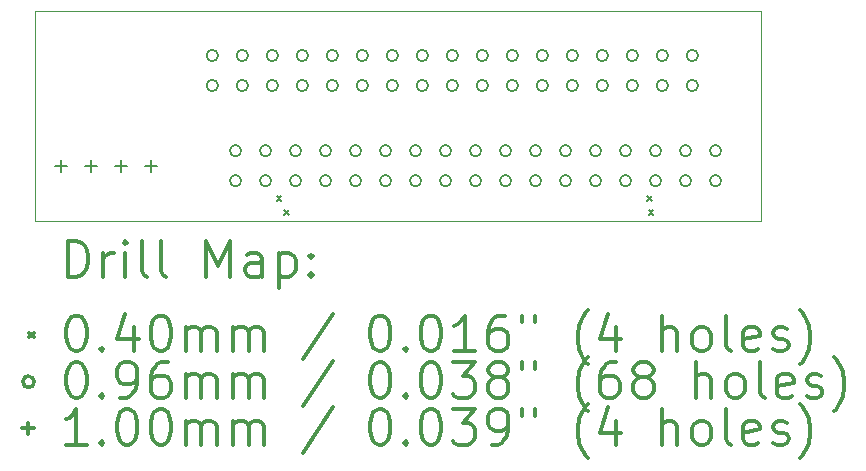
<source format=gbr>
%FSLAX45Y45*%
G04 Gerber Fmt 4.5, Leading zero omitted, Abs format (unit mm)*
G04 Created by KiCad (PCBNEW (5.1.5-0-10_14)) date 2020-03-21 13:08:16*
%MOMM*%
%LPD*%
G04 APERTURE LIST*
%TA.AperFunction,Profile*%
%ADD10C,0.050000*%
%TD*%
%ADD11C,0.200000*%
%ADD12C,0.300000*%
G04 APERTURE END LIST*
D10*
X1524000Y-2032000D02*
X7670800Y-2032000D01*
X1524000Y-3810000D02*
X1524000Y-2032000D01*
X7670800Y-3810000D02*
X1524000Y-3810000D01*
X7670800Y-2032000D02*
X7670800Y-3810000D01*
D11*
X3574100Y-3599500D02*
X3614100Y-3639500D01*
X3614100Y-3599500D02*
X3574100Y-3639500D01*
X3637600Y-3713800D02*
X3677600Y-3753800D01*
X3677600Y-3713800D02*
X3637600Y-3753800D01*
X6711000Y-3599500D02*
X6751000Y-3639500D01*
X6751000Y-3599500D02*
X6711000Y-3639500D01*
X6723700Y-3713800D02*
X6763700Y-3753800D01*
X6763700Y-3713800D02*
X6723700Y-3753800D01*
X3077200Y-2406650D02*
G75*
G03X3077200Y-2406650I-48250J0D01*
G01*
X3077200Y-2660650D02*
G75*
G03X3077200Y-2660650I-48250J0D01*
G01*
X3331200Y-2406650D02*
G75*
G03X3331200Y-2406650I-48250J0D01*
G01*
X3331200Y-2660650D02*
G75*
G03X3331200Y-2660650I-48250J0D01*
G01*
X3585200Y-2406650D02*
G75*
G03X3585200Y-2406650I-48250J0D01*
G01*
X3585200Y-2660650D02*
G75*
G03X3585200Y-2660650I-48250J0D01*
G01*
X3839200Y-2406650D02*
G75*
G03X3839200Y-2406650I-48250J0D01*
G01*
X3839200Y-2660650D02*
G75*
G03X3839200Y-2660650I-48250J0D01*
G01*
X4093200Y-2406650D02*
G75*
G03X4093200Y-2406650I-48250J0D01*
G01*
X4093200Y-2660650D02*
G75*
G03X4093200Y-2660650I-48250J0D01*
G01*
X4347200Y-2406650D02*
G75*
G03X4347200Y-2406650I-48250J0D01*
G01*
X4347200Y-2660650D02*
G75*
G03X4347200Y-2660650I-48250J0D01*
G01*
X4601200Y-2406650D02*
G75*
G03X4601200Y-2406650I-48250J0D01*
G01*
X4601200Y-2660650D02*
G75*
G03X4601200Y-2660650I-48250J0D01*
G01*
X4855200Y-2406650D02*
G75*
G03X4855200Y-2406650I-48250J0D01*
G01*
X4855200Y-2660650D02*
G75*
G03X4855200Y-2660650I-48250J0D01*
G01*
X5109200Y-2406650D02*
G75*
G03X5109200Y-2406650I-48250J0D01*
G01*
X5109200Y-2660650D02*
G75*
G03X5109200Y-2660650I-48250J0D01*
G01*
X5363200Y-2406650D02*
G75*
G03X5363200Y-2406650I-48250J0D01*
G01*
X5363200Y-2660650D02*
G75*
G03X5363200Y-2660650I-48250J0D01*
G01*
X5617200Y-2406650D02*
G75*
G03X5617200Y-2406650I-48250J0D01*
G01*
X5617200Y-2660650D02*
G75*
G03X5617200Y-2660650I-48250J0D01*
G01*
X5871200Y-2406650D02*
G75*
G03X5871200Y-2406650I-48250J0D01*
G01*
X5871200Y-2660650D02*
G75*
G03X5871200Y-2660650I-48250J0D01*
G01*
X6125200Y-2406650D02*
G75*
G03X6125200Y-2406650I-48250J0D01*
G01*
X6125200Y-2660650D02*
G75*
G03X6125200Y-2660650I-48250J0D01*
G01*
X6379200Y-2406650D02*
G75*
G03X6379200Y-2406650I-48250J0D01*
G01*
X6379200Y-2660650D02*
G75*
G03X6379200Y-2660650I-48250J0D01*
G01*
X6633200Y-2406650D02*
G75*
G03X6633200Y-2406650I-48250J0D01*
G01*
X6633200Y-2660650D02*
G75*
G03X6633200Y-2660650I-48250J0D01*
G01*
X6887200Y-2406650D02*
G75*
G03X6887200Y-2406650I-48250J0D01*
G01*
X6887200Y-2660650D02*
G75*
G03X6887200Y-2660650I-48250J0D01*
G01*
X7141200Y-2406650D02*
G75*
G03X7141200Y-2406650I-48250J0D01*
G01*
X7141200Y-2660650D02*
G75*
G03X7141200Y-2660650I-48250J0D01*
G01*
X3274050Y-3213100D02*
G75*
G03X3274050Y-3213100I-48250J0D01*
G01*
X3274050Y-3467100D02*
G75*
G03X3274050Y-3467100I-48250J0D01*
G01*
X3528050Y-3213100D02*
G75*
G03X3528050Y-3213100I-48250J0D01*
G01*
X3528050Y-3467100D02*
G75*
G03X3528050Y-3467100I-48250J0D01*
G01*
X3782050Y-3213100D02*
G75*
G03X3782050Y-3213100I-48250J0D01*
G01*
X3782050Y-3467100D02*
G75*
G03X3782050Y-3467100I-48250J0D01*
G01*
X4036050Y-3213100D02*
G75*
G03X4036050Y-3213100I-48250J0D01*
G01*
X4036050Y-3467100D02*
G75*
G03X4036050Y-3467100I-48250J0D01*
G01*
X4290050Y-3213100D02*
G75*
G03X4290050Y-3213100I-48250J0D01*
G01*
X4290050Y-3467100D02*
G75*
G03X4290050Y-3467100I-48250J0D01*
G01*
X4544050Y-3213100D02*
G75*
G03X4544050Y-3213100I-48250J0D01*
G01*
X4544050Y-3467100D02*
G75*
G03X4544050Y-3467100I-48250J0D01*
G01*
X4798050Y-3213100D02*
G75*
G03X4798050Y-3213100I-48250J0D01*
G01*
X4798050Y-3467100D02*
G75*
G03X4798050Y-3467100I-48250J0D01*
G01*
X5052050Y-3213100D02*
G75*
G03X5052050Y-3213100I-48250J0D01*
G01*
X5052050Y-3467100D02*
G75*
G03X5052050Y-3467100I-48250J0D01*
G01*
X5306050Y-3213100D02*
G75*
G03X5306050Y-3213100I-48250J0D01*
G01*
X5306050Y-3467100D02*
G75*
G03X5306050Y-3467100I-48250J0D01*
G01*
X5560050Y-3213100D02*
G75*
G03X5560050Y-3213100I-48250J0D01*
G01*
X5560050Y-3467100D02*
G75*
G03X5560050Y-3467100I-48250J0D01*
G01*
X5814050Y-3213100D02*
G75*
G03X5814050Y-3213100I-48250J0D01*
G01*
X5814050Y-3467100D02*
G75*
G03X5814050Y-3467100I-48250J0D01*
G01*
X6068050Y-3213100D02*
G75*
G03X6068050Y-3213100I-48250J0D01*
G01*
X6068050Y-3467100D02*
G75*
G03X6068050Y-3467100I-48250J0D01*
G01*
X6322050Y-3213100D02*
G75*
G03X6322050Y-3213100I-48250J0D01*
G01*
X6322050Y-3467100D02*
G75*
G03X6322050Y-3467100I-48250J0D01*
G01*
X6576050Y-3213100D02*
G75*
G03X6576050Y-3213100I-48250J0D01*
G01*
X6576050Y-3467100D02*
G75*
G03X6576050Y-3467100I-48250J0D01*
G01*
X6830050Y-3213100D02*
G75*
G03X6830050Y-3213100I-48250J0D01*
G01*
X6830050Y-3467100D02*
G75*
G03X6830050Y-3467100I-48250J0D01*
G01*
X7084050Y-3213100D02*
G75*
G03X7084050Y-3213100I-48250J0D01*
G01*
X7084050Y-3467100D02*
G75*
G03X7084050Y-3467100I-48250J0D01*
G01*
X7338050Y-3213100D02*
G75*
G03X7338050Y-3213100I-48250J0D01*
G01*
X7338050Y-3467100D02*
G75*
G03X7338050Y-3467100I-48250J0D01*
G01*
X1746250Y-3290100D02*
X1746250Y-3390100D01*
X1696250Y-3340100D02*
X1796250Y-3340100D01*
X2000250Y-3290100D02*
X2000250Y-3390100D01*
X1950250Y-3340100D02*
X2050250Y-3340100D01*
X2254250Y-3290100D02*
X2254250Y-3390100D01*
X2204250Y-3340100D02*
X2304250Y-3340100D01*
X2508250Y-3290100D02*
X2508250Y-3390100D01*
X2458250Y-3340100D02*
X2558250Y-3340100D01*
D12*
X1807928Y-4278214D02*
X1807928Y-3978214D01*
X1879357Y-3978214D01*
X1922214Y-3992500D01*
X1950786Y-4021071D01*
X1965071Y-4049643D01*
X1979357Y-4106786D01*
X1979357Y-4149643D01*
X1965071Y-4206786D01*
X1950786Y-4235357D01*
X1922214Y-4263929D01*
X1879357Y-4278214D01*
X1807928Y-4278214D01*
X2107928Y-4278214D02*
X2107928Y-4078214D01*
X2107928Y-4135357D02*
X2122214Y-4106786D01*
X2136500Y-4092500D01*
X2165071Y-4078214D01*
X2193643Y-4078214D01*
X2293643Y-4278214D02*
X2293643Y-4078214D01*
X2293643Y-3978214D02*
X2279357Y-3992500D01*
X2293643Y-4006786D01*
X2307928Y-3992500D01*
X2293643Y-3978214D01*
X2293643Y-4006786D01*
X2479357Y-4278214D02*
X2450786Y-4263929D01*
X2436500Y-4235357D01*
X2436500Y-3978214D01*
X2636500Y-4278214D02*
X2607928Y-4263929D01*
X2593643Y-4235357D01*
X2593643Y-3978214D01*
X2979357Y-4278214D02*
X2979357Y-3978214D01*
X3079357Y-4192500D01*
X3179357Y-3978214D01*
X3179357Y-4278214D01*
X3450786Y-4278214D02*
X3450786Y-4121071D01*
X3436500Y-4092500D01*
X3407928Y-4078214D01*
X3350786Y-4078214D01*
X3322214Y-4092500D01*
X3450786Y-4263929D02*
X3422214Y-4278214D01*
X3350786Y-4278214D01*
X3322214Y-4263929D01*
X3307928Y-4235357D01*
X3307928Y-4206786D01*
X3322214Y-4178214D01*
X3350786Y-4163929D01*
X3422214Y-4163929D01*
X3450786Y-4149643D01*
X3593643Y-4078214D02*
X3593643Y-4378214D01*
X3593643Y-4092500D02*
X3622214Y-4078214D01*
X3679357Y-4078214D01*
X3707928Y-4092500D01*
X3722214Y-4106786D01*
X3736500Y-4135357D01*
X3736500Y-4221072D01*
X3722214Y-4249643D01*
X3707928Y-4263929D01*
X3679357Y-4278214D01*
X3622214Y-4278214D01*
X3593643Y-4263929D01*
X3865071Y-4249643D02*
X3879357Y-4263929D01*
X3865071Y-4278214D01*
X3850786Y-4263929D01*
X3865071Y-4249643D01*
X3865071Y-4278214D01*
X3865071Y-4092500D02*
X3879357Y-4106786D01*
X3865071Y-4121071D01*
X3850786Y-4106786D01*
X3865071Y-4092500D01*
X3865071Y-4121071D01*
X1481500Y-4752500D02*
X1521500Y-4792500D01*
X1521500Y-4752500D02*
X1481500Y-4792500D01*
X1865071Y-4608214D02*
X1893643Y-4608214D01*
X1922214Y-4622500D01*
X1936500Y-4636786D01*
X1950786Y-4665357D01*
X1965071Y-4722500D01*
X1965071Y-4793929D01*
X1950786Y-4851072D01*
X1936500Y-4879643D01*
X1922214Y-4893929D01*
X1893643Y-4908214D01*
X1865071Y-4908214D01*
X1836500Y-4893929D01*
X1822214Y-4879643D01*
X1807928Y-4851072D01*
X1793643Y-4793929D01*
X1793643Y-4722500D01*
X1807928Y-4665357D01*
X1822214Y-4636786D01*
X1836500Y-4622500D01*
X1865071Y-4608214D01*
X2093643Y-4879643D02*
X2107928Y-4893929D01*
X2093643Y-4908214D01*
X2079357Y-4893929D01*
X2093643Y-4879643D01*
X2093643Y-4908214D01*
X2365071Y-4708214D02*
X2365071Y-4908214D01*
X2293643Y-4593929D02*
X2222214Y-4808214D01*
X2407928Y-4808214D01*
X2579357Y-4608214D02*
X2607928Y-4608214D01*
X2636500Y-4622500D01*
X2650786Y-4636786D01*
X2665071Y-4665357D01*
X2679357Y-4722500D01*
X2679357Y-4793929D01*
X2665071Y-4851072D01*
X2650786Y-4879643D01*
X2636500Y-4893929D01*
X2607928Y-4908214D01*
X2579357Y-4908214D01*
X2550786Y-4893929D01*
X2536500Y-4879643D01*
X2522214Y-4851072D01*
X2507928Y-4793929D01*
X2507928Y-4722500D01*
X2522214Y-4665357D01*
X2536500Y-4636786D01*
X2550786Y-4622500D01*
X2579357Y-4608214D01*
X2807928Y-4908214D02*
X2807928Y-4708214D01*
X2807928Y-4736786D02*
X2822214Y-4722500D01*
X2850786Y-4708214D01*
X2893643Y-4708214D01*
X2922214Y-4722500D01*
X2936500Y-4751072D01*
X2936500Y-4908214D01*
X2936500Y-4751072D02*
X2950786Y-4722500D01*
X2979357Y-4708214D01*
X3022214Y-4708214D01*
X3050786Y-4722500D01*
X3065071Y-4751072D01*
X3065071Y-4908214D01*
X3207928Y-4908214D02*
X3207928Y-4708214D01*
X3207928Y-4736786D02*
X3222214Y-4722500D01*
X3250786Y-4708214D01*
X3293643Y-4708214D01*
X3322214Y-4722500D01*
X3336500Y-4751072D01*
X3336500Y-4908214D01*
X3336500Y-4751072D02*
X3350786Y-4722500D01*
X3379357Y-4708214D01*
X3422214Y-4708214D01*
X3450786Y-4722500D01*
X3465071Y-4751072D01*
X3465071Y-4908214D01*
X4050786Y-4593929D02*
X3793643Y-4979643D01*
X4436500Y-4608214D02*
X4465071Y-4608214D01*
X4493643Y-4622500D01*
X4507928Y-4636786D01*
X4522214Y-4665357D01*
X4536500Y-4722500D01*
X4536500Y-4793929D01*
X4522214Y-4851072D01*
X4507928Y-4879643D01*
X4493643Y-4893929D01*
X4465071Y-4908214D01*
X4436500Y-4908214D01*
X4407928Y-4893929D01*
X4393643Y-4879643D01*
X4379357Y-4851072D01*
X4365071Y-4793929D01*
X4365071Y-4722500D01*
X4379357Y-4665357D01*
X4393643Y-4636786D01*
X4407928Y-4622500D01*
X4436500Y-4608214D01*
X4665071Y-4879643D02*
X4679357Y-4893929D01*
X4665071Y-4908214D01*
X4650786Y-4893929D01*
X4665071Y-4879643D01*
X4665071Y-4908214D01*
X4865071Y-4608214D02*
X4893643Y-4608214D01*
X4922214Y-4622500D01*
X4936500Y-4636786D01*
X4950786Y-4665357D01*
X4965071Y-4722500D01*
X4965071Y-4793929D01*
X4950786Y-4851072D01*
X4936500Y-4879643D01*
X4922214Y-4893929D01*
X4893643Y-4908214D01*
X4865071Y-4908214D01*
X4836500Y-4893929D01*
X4822214Y-4879643D01*
X4807928Y-4851072D01*
X4793643Y-4793929D01*
X4793643Y-4722500D01*
X4807928Y-4665357D01*
X4822214Y-4636786D01*
X4836500Y-4622500D01*
X4865071Y-4608214D01*
X5250786Y-4908214D02*
X5079357Y-4908214D01*
X5165071Y-4908214D02*
X5165071Y-4608214D01*
X5136500Y-4651072D01*
X5107928Y-4679643D01*
X5079357Y-4693929D01*
X5507928Y-4608214D02*
X5450786Y-4608214D01*
X5422214Y-4622500D01*
X5407928Y-4636786D01*
X5379357Y-4679643D01*
X5365071Y-4736786D01*
X5365071Y-4851072D01*
X5379357Y-4879643D01*
X5393643Y-4893929D01*
X5422214Y-4908214D01*
X5479357Y-4908214D01*
X5507928Y-4893929D01*
X5522214Y-4879643D01*
X5536500Y-4851072D01*
X5536500Y-4779643D01*
X5522214Y-4751072D01*
X5507928Y-4736786D01*
X5479357Y-4722500D01*
X5422214Y-4722500D01*
X5393643Y-4736786D01*
X5379357Y-4751072D01*
X5365071Y-4779643D01*
X5650786Y-4608214D02*
X5650786Y-4665357D01*
X5765071Y-4608214D02*
X5765071Y-4665357D01*
X6207928Y-5022500D02*
X6193643Y-5008214D01*
X6165071Y-4965357D01*
X6150786Y-4936786D01*
X6136500Y-4893929D01*
X6122214Y-4822500D01*
X6122214Y-4765357D01*
X6136500Y-4693929D01*
X6150786Y-4651072D01*
X6165071Y-4622500D01*
X6193643Y-4579643D01*
X6207928Y-4565357D01*
X6450786Y-4708214D02*
X6450786Y-4908214D01*
X6379357Y-4593929D02*
X6307928Y-4808214D01*
X6493643Y-4808214D01*
X6836500Y-4908214D02*
X6836500Y-4608214D01*
X6965071Y-4908214D02*
X6965071Y-4751072D01*
X6950786Y-4722500D01*
X6922214Y-4708214D01*
X6879357Y-4708214D01*
X6850786Y-4722500D01*
X6836500Y-4736786D01*
X7150786Y-4908214D02*
X7122214Y-4893929D01*
X7107928Y-4879643D01*
X7093643Y-4851072D01*
X7093643Y-4765357D01*
X7107928Y-4736786D01*
X7122214Y-4722500D01*
X7150786Y-4708214D01*
X7193643Y-4708214D01*
X7222214Y-4722500D01*
X7236500Y-4736786D01*
X7250786Y-4765357D01*
X7250786Y-4851072D01*
X7236500Y-4879643D01*
X7222214Y-4893929D01*
X7193643Y-4908214D01*
X7150786Y-4908214D01*
X7422214Y-4908214D02*
X7393643Y-4893929D01*
X7379357Y-4865357D01*
X7379357Y-4608214D01*
X7650786Y-4893929D02*
X7622214Y-4908214D01*
X7565071Y-4908214D01*
X7536500Y-4893929D01*
X7522214Y-4865357D01*
X7522214Y-4751072D01*
X7536500Y-4722500D01*
X7565071Y-4708214D01*
X7622214Y-4708214D01*
X7650786Y-4722500D01*
X7665071Y-4751072D01*
X7665071Y-4779643D01*
X7522214Y-4808214D01*
X7779357Y-4893929D02*
X7807928Y-4908214D01*
X7865071Y-4908214D01*
X7893643Y-4893929D01*
X7907928Y-4865357D01*
X7907928Y-4851072D01*
X7893643Y-4822500D01*
X7865071Y-4808214D01*
X7822214Y-4808214D01*
X7793643Y-4793929D01*
X7779357Y-4765357D01*
X7779357Y-4751072D01*
X7793643Y-4722500D01*
X7822214Y-4708214D01*
X7865071Y-4708214D01*
X7893643Y-4722500D01*
X8007928Y-5022500D02*
X8022214Y-5008214D01*
X8050786Y-4965357D01*
X8065071Y-4936786D01*
X8079357Y-4893929D01*
X8093643Y-4822500D01*
X8093643Y-4765357D01*
X8079357Y-4693929D01*
X8065071Y-4651072D01*
X8050786Y-4622500D01*
X8022214Y-4579643D01*
X8007928Y-4565357D01*
X1521500Y-5168500D02*
G75*
G03X1521500Y-5168500I-48250J0D01*
G01*
X1865071Y-5004214D02*
X1893643Y-5004214D01*
X1922214Y-5018500D01*
X1936500Y-5032786D01*
X1950786Y-5061357D01*
X1965071Y-5118500D01*
X1965071Y-5189929D01*
X1950786Y-5247072D01*
X1936500Y-5275643D01*
X1922214Y-5289929D01*
X1893643Y-5304214D01*
X1865071Y-5304214D01*
X1836500Y-5289929D01*
X1822214Y-5275643D01*
X1807928Y-5247072D01*
X1793643Y-5189929D01*
X1793643Y-5118500D01*
X1807928Y-5061357D01*
X1822214Y-5032786D01*
X1836500Y-5018500D01*
X1865071Y-5004214D01*
X2093643Y-5275643D02*
X2107928Y-5289929D01*
X2093643Y-5304214D01*
X2079357Y-5289929D01*
X2093643Y-5275643D01*
X2093643Y-5304214D01*
X2250786Y-5304214D02*
X2307928Y-5304214D01*
X2336500Y-5289929D01*
X2350786Y-5275643D01*
X2379357Y-5232786D01*
X2393643Y-5175643D01*
X2393643Y-5061357D01*
X2379357Y-5032786D01*
X2365071Y-5018500D01*
X2336500Y-5004214D01*
X2279357Y-5004214D01*
X2250786Y-5018500D01*
X2236500Y-5032786D01*
X2222214Y-5061357D01*
X2222214Y-5132786D01*
X2236500Y-5161357D01*
X2250786Y-5175643D01*
X2279357Y-5189929D01*
X2336500Y-5189929D01*
X2365071Y-5175643D01*
X2379357Y-5161357D01*
X2393643Y-5132786D01*
X2650786Y-5004214D02*
X2593643Y-5004214D01*
X2565071Y-5018500D01*
X2550786Y-5032786D01*
X2522214Y-5075643D01*
X2507928Y-5132786D01*
X2507928Y-5247072D01*
X2522214Y-5275643D01*
X2536500Y-5289929D01*
X2565071Y-5304214D01*
X2622214Y-5304214D01*
X2650786Y-5289929D01*
X2665071Y-5275643D01*
X2679357Y-5247072D01*
X2679357Y-5175643D01*
X2665071Y-5147072D01*
X2650786Y-5132786D01*
X2622214Y-5118500D01*
X2565071Y-5118500D01*
X2536500Y-5132786D01*
X2522214Y-5147072D01*
X2507928Y-5175643D01*
X2807928Y-5304214D02*
X2807928Y-5104214D01*
X2807928Y-5132786D02*
X2822214Y-5118500D01*
X2850786Y-5104214D01*
X2893643Y-5104214D01*
X2922214Y-5118500D01*
X2936500Y-5147072D01*
X2936500Y-5304214D01*
X2936500Y-5147072D02*
X2950786Y-5118500D01*
X2979357Y-5104214D01*
X3022214Y-5104214D01*
X3050786Y-5118500D01*
X3065071Y-5147072D01*
X3065071Y-5304214D01*
X3207928Y-5304214D02*
X3207928Y-5104214D01*
X3207928Y-5132786D02*
X3222214Y-5118500D01*
X3250786Y-5104214D01*
X3293643Y-5104214D01*
X3322214Y-5118500D01*
X3336500Y-5147072D01*
X3336500Y-5304214D01*
X3336500Y-5147072D02*
X3350786Y-5118500D01*
X3379357Y-5104214D01*
X3422214Y-5104214D01*
X3450786Y-5118500D01*
X3465071Y-5147072D01*
X3465071Y-5304214D01*
X4050786Y-4989929D02*
X3793643Y-5375643D01*
X4436500Y-5004214D02*
X4465071Y-5004214D01*
X4493643Y-5018500D01*
X4507928Y-5032786D01*
X4522214Y-5061357D01*
X4536500Y-5118500D01*
X4536500Y-5189929D01*
X4522214Y-5247072D01*
X4507928Y-5275643D01*
X4493643Y-5289929D01*
X4465071Y-5304214D01*
X4436500Y-5304214D01*
X4407928Y-5289929D01*
X4393643Y-5275643D01*
X4379357Y-5247072D01*
X4365071Y-5189929D01*
X4365071Y-5118500D01*
X4379357Y-5061357D01*
X4393643Y-5032786D01*
X4407928Y-5018500D01*
X4436500Y-5004214D01*
X4665071Y-5275643D02*
X4679357Y-5289929D01*
X4665071Y-5304214D01*
X4650786Y-5289929D01*
X4665071Y-5275643D01*
X4665071Y-5304214D01*
X4865071Y-5004214D02*
X4893643Y-5004214D01*
X4922214Y-5018500D01*
X4936500Y-5032786D01*
X4950786Y-5061357D01*
X4965071Y-5118500D01*
X4965071Y-5189929D01*
X4950786Y-5247072D01*
X4936500Y-5275643D01*
X4922214Y-5289929D01*
X4893643Y-5304214D01*
X4865071Y-5304214D01*
X4836500Y-5289929D01*
X4822214Y-5275643D01*
X4807928Y-5247072D01*
X4793643Y-5189929D01*
X4793643Y-5118500D01*
X4807928Y-5061357D01*
X4822214Y-5032786D01*
X4836500Y-5018500D01*
X4865071Y-5004214D01*
X5065071Y-5004214D02*
X5250786Y-5004214D01*
X5150786Y-5118500D01*
X5193643Y-5118500D01*
X5222214Y-5132786D01*
X5236500Y-5147072D01*
X5250786Y-5175643D01*
X5250786Y-5247072D01*
X5236500Y-5275643D01*
X5222214Y-5289929D01*
X5193643Y-5304214D01*
X5107928Y-5304214D01*
X5079357Y-5289929D01*
X5065071Y-5275643D01*
X5422214Y-5132786D02*
X5393643Y-5118500D01*
X5379357Y-5104214D01*
X5365071Y-5075643D01*
X5365071Y-5061357D01*
X5379357Y-5032786D01*
X5393643Y-5018500D01*
X5422214Y-5004214D01*
X5479357Y-5004214D01*
X5507928Y-5018500D01*
X5522214Y-5032786D01*
X5536500Y-5061357D01*
X5536500Y-5075643D01*
X5522214Y-5104214D01*
X5507928Y-5118500D01*
X5479357Y-5132786D01*
X5422214Y-5132786D01*
X5393643Y-5147072D01*
X5379357Y-5161357D01*
X5365071Y-5189929D01*
X5365071Y-5247072D01*
X5379357Y-5275643D01*
X5393643Y-5289929D01*
X5422214Y-5304214D01*
X5479357Y-5304214D01*
X5507928Y-5289929D01*
X5522214Y-5275643D01*
X5536500Y-5247072D01*
X5536500Y-5189929D01*
X5522214Y-5161357D01*
X5507928Y-5147072D01*
X5479357Y-5132786D01*
X5650786Y-5004214D02*
X5650786Y-5061357D01*
X5765071Y-5004214D02*
X5765071Y-5061357D01*
X6207928Y-5418500D02*
X6193643Y-5404214D01*
X6165071Y-5361357D01*
X6150786Y-5332786D01*
X6136500Y-5289929D01*
X6122214Y-5218500D01*
X6122214Y-5161357D01*
X6136500Y-5089929D01*
X6150786Y-5047072D01*
X6165071Y-5018500D01*
X6193643Y-4975643D01*
X6207928Y-4961357D01*
X6450786Y-5004214D02*
X6393643Y-5004214D01*
X6365071Y-5018500D01*
X6350786Y-5032786D01*
X6322214Y-5075643D01*
X6307928Y-5132786D01*
X6307928Y-5247072D01*
X6322214Y-5275643D01*
X6336500Y-5289929D01*
X6365071Y-5304214D01*
X6422214Y-5304214D01*
X6450786Y-5289929D01*
X6465071Y-5275643D01*
X6479357Y-5247072D01*
X6479357Y-5175643D01*
X6465071Y-5147072D01*
X6450786Y-5132786D01*
X6422214Y-5118500D01*
X6365071Y-5118500D01*
X6336500Y-5132786D01*
X6322214Y-5147072D01*
X6307928Y-5175643D01*
X6650786Y-5132786D02*
X6622214Y-5118500D01*
X6607928Y-5104214D01*
X6593643Y-5075643D01*
X6593643Y-5061357D01*
X6607928Y-5032786D01*
X6622214Y-5018500D01*
X6650786Y-5004214D01*
X6707928Y-5004214D01*
X6736500Y-5018500D01*
X6750786Y-5032786D01*
X6765071Y-5061357D01*
X6765071Y-5075643D01*
X6750786Y-5104214D01*
X6736500Y-5118500D01*
X6707928Y-5132786D01*
X6650786Y-5132786D01*
X6622214Y-5147072D01*
X6607928Y-5161357D01*
X6593643Y-5189929D01*
X6593643Y-5247072D01*
X6607928Y-5275643D01*
X6622214Y-5289929D01*
X6650786Y-5304214D01*
X6707928Y-5304214D01*
X6736500Y-5289929D01*
X6750786Y-5275643D01*
X6765071Y-5247072D01*
X6765071Y-5189929D01*
X6750786Y-5161357D01*
X6736500Y-5147072D01*
X6707928Y-5132786D01*
X7122214Y-5304214D02*
X7122214Y-5004214D01*
X7250786Y-5304214D02*
X7250786Y-5147072D01*
X7236500Y-5118500D01*
X7207928Y-5104214D01*
X7165071Y-5104214D01*
X7136500Y-5118500D01*
X7122214Y-5132786D01*
X7436500Y-5304214D02*
X7407928Y-5289929D01*
X7393643Y-5275643D01*
X7379357Y-5247072D01*
X7379357Y-5161357D01*
X7393643Y-5132786D01*
X7407928Y-5118500D01*
X7436500Y-5104214D01*
X7479357Y-5104214D01*
X7507928Y-5118500D01*
X7522214Y-5132786D01*
X7536500Y-5161357D01*
X7536500Y-5247072D01*
X7522214Y-5275643D01*
X7507928Y-5289929D01*
X7479357Y-5304214D01*
X7436500Y-5304214D01*
X7707928Y-5304214D02*
X7679357Y-5289929D01*
X7665071Y-5261357D01*
X7665071Y-5004214D01*
X7936500Y-5289929D02*
X7907928Y-5304214D01*
X7850786Y-5304214D01*
X7822214Y-5289929D01*
X7807928Y-5261357D01*
X7807928Y-5147072D01*
X7822214Y-5118500D01*
X7850786Y-5104214D01*
X7907928Y-5104214D01*
X7936500Y-5118500D01*
X7950786Y-5147072D01*
X7950786Y-5175643D01*
X7807928Y-5204214D01*
X8065071Y-5289929D02*
X8093643Y-5304214D01*
X8150786Y-5304214D01*
X8179357Y-5289929D01*
X8193643Y-5261357D01*
X8193643Y-5247072D01*
X8179357Y-5218500D01*
X8150786Y-5204214D01*
X8107928Y-5204214D01*
X8079357Y-5189929D01*
X8065071Y-5161357D01*
X8065071Y-5147072D01*
X8079357Y-5118500D01*
X8107928Y-5104214D01*
X8150786Y-5104214D01*
X8179357Y-5118500D01*
X8293643Y-5418500D02*
X8307928Y-5404214D01*
X8336500Y-5361357D01*
X8350786Y-5332786D01*
X8365071Y-5289929D01*
X8379357Y-5218500D01*
X8379357Y-5161357D01*
X8365071Y-5089929D01*
X8350786Y-5047072D01*
X8336500Y-5018500D01*
X8307928Y-4975643D01*
X8293643Y-4961357D01*
X1471500Y-5514500D02*
X1471500Y-5614500D01*
X1421500Y-5564500D02*
X1521500Y-5564500D01*
X1965071Y-5700214D02*
X1793643Y-5700214D01*
X1879357Y-5700214D02*
X1879357Y-5400214D01*
X1850786Y-5443072D01*
X1822214Y-5471643D01*
X1793643Y-5485929D01*
X2093643Y-5671643D02*
X2107928Y-5685929D01*
X2093643Y-5700214D01*
X2079357Y-5685929D01*
X2093643Y-5671643D01*
X2093643Y-5700214D01*
X2293643Y-5400214D02*
X2322214Y-5400214D01*
X2350786Y-5414500D01*
X2365071Y-5428786D01*
X2379357Y-5457357D01*
X2393643Y-5514500D01*
X2393643Y-5585929D01*
X2379357Y-5643071D01*
X2365071Y-5671643D01*
X2350786Y-5685929D01*
X2322214Y-5700214D01*
X2293643Y-5700214D01*
X2265071Y-5685929D01*
X2250786Y-5671643D01*
X2236500Y-5643071D01*
X2222214Y-5585929D01*
X2222214Y-5514500D01*
X2236500Y-5457357D01*
X2250786Y-5428786D01*
X2265071Y-5414500D01*
X2293643Y-5400214D01*
X2579357Y-5400214D02*
X2607928Y-5400214D01*
X2636500Y-5414500D01*
X2650786Y-5428786D01*
X2665071Y-5457357D01*
X2679357Y-5514500D01*
X2679357Y-5585929D01*
X2665071Y-5643071D01*
X2650786Y-5671643D01*
X2636500Y-5685929D01*
X2607928Y-5700214D01*
X2579357Y-5700214D01*
X2550786Y-5685929D01*
X2536500Y-5671643D01*
X2522214Y-5643071D01*
X2507928Y-5585929D01*
X2507928Y-5514500D01*
X2522214Y-5457357D01*
X2536500Y-5428786D01*
X2550786Y-5414500D01*
X2579357Y-5400214D01*
X2807928Y-5700214D02*
X2807928Y-5500214D01*
X2807928Y-5528786D02*
X2822214Y-5514500D01*
X2850786Y-5500214D01*
X2893643Y-5500214D01*
X2922214Y-5514500D01*
X2936500Y-5543072D01*
X2936500Y-5700214D01*
X2936500Y-5543072D02*
X2950786Y-5514500D01*
X2979357Y-5500214D01*
X3022214Y-5500214D01*
X3050786Y-5514500D01*
X3065071Y-5543072D01*
X3065071Y-5700214D01*
X3207928Y-5700214D02*
X3207928Y-5500214D01*
X3207928Y-5528786D02*
X3222214Y-5514500D01*
X3250786Y-5500214D01*
X3293643Y-5500214D01*
X3322214Y-5514500D01*
X3336500Y-5543072D01*
X3336500Y-5700214D01*
X3336500Y-5543072D02*
X3350786Y-5514500D01*
X3379357Y-5500214D01*
X3422214Y-5500214D01*
X3450786Y-5514500D01*
X3465071Y-5543072D01*
X3465071Y-5700214D01*
X4050786Y-5385929D02*
X3793643Y-5771643D01*
X4436500Y-5400214D02*
X4465071Y-5400214D01*
X4493643Y-5414500D01*
X4507928Y-5428786D01*
X4522214Y-5457357D01*
X4536500Y-5514500D01*
X4536500Y-5585929D01*
X4522214Y-5643071D01*
X4507928Y-5671643D01*
X4493643Y-5685929D01*
X4465071Y-5700214D01*
X4436500Y-5700214D01*
X4407928Y-5685929D01*
X4393643Y-5671643D01*
X4379357Y-5643071D01*
X4365071Y-5585929D01*
X4365071Y-5514500D01*
X4379357Y-5457357D01*
X4393643Y-5428786D01*
X4407928Y-5414500D01*
X4436500Y-5400214D01*
X4665071Y-5671643D02*
X4679357Y-5685929D01*
X4665071Y-5700214D01*
X4650786Y-5685929D01*
X4665071Y-5671643D01*
X4665071Y-5700214D01*
X4865071Y-5400214D02*
X4893643Y-5400214D01*
X4922214Y-5414500D01*
X4936500Y-5428786D01*
X4950786Y-5457357D01*
X4965071Y-5514500D01*
X4965071Y-5585929D01*
X4950786Y-5643071D01*
X4936500Y-5671643D01*
X4922214Y-5685929D01*
X4893643Y-5700214D01*
X4865071Y-5700214D01*
X4836500Y-5685929D01*
X4822214Y-5671643D01*
X4807928Y-5643071D01*
X4793643Y-5585929D01*
X4793643Y-5514500D01*
X4807928Y-5457357D01*
X4822214Y-5428786D01*
X4836500Y-5414500D01*
X4865071Y-5400214D01*
X5065071Y-5400214D02*
X5250786Y-5400214D01*
X5150786Y-5514500D01*
X5193643Y-5514500D01*
X5222214Y-5528786D01*
X5236500Y-5543072D01*
X5250786Y-5571643D01*
X5250786Y-5643071D01*
X5236500Y-5671643D01*
X5222214Y-5685929D01*
X5193643Y-5700214D01*
X5107928Y-5700214D01*
X5079357Y-5685929D01*
X5065071Y-5671643D01*
X5393643Y-5700214D02*
X5450786Y-5700214D01*
X5479357Y-5685929D01*
X5493643Y-5671643D01*
X5522214Y-5628786D01*
X5536500Y-5571643D01*
X5536500Y-5457357D01*
X5522214Y-5428786D01*
X5507928Y-5414500D01*
X5479357Y-5400214D01*
X5422214Y-5400214D01*
X5393643Y-5414500D01*
X5379357Y-5428786D01*
X5365071Y-5457357D01*
X5365071Y-5528786D01*
X5379357Y-5557357D01*
X5393643Y-5571643D01*
X5422214Y-5585929D01*
X5479357Y-5585929D01*
X5507928Y-5571643D01*
X5522214Y-5557357D01*
X5536500Y-5528786D01*
X5650786Y-5400214D02*
X5650786Y-5457357D01*
X5765071Y-5400214D02*
X5765071Y-5457357D01*
X6207928Y-5814500D02*
X6193643Y-5800214D01*
X6165071Y-5757357D01*
X6150786Y-5728786D01*
X6136500Y-5685929D01*
X6122214Y-5614500D01*
X6122214Y-5557357D01*
X6136500Y-5485929D01*
X6150786Y-5443072D01*
X6165071Y-5414500D01*
X6193643Y-5371643D01*
X6207928Y-5357357D01*
X6450786Y-5500214D02*
X6450786Y-5700214D01*
X6379357Y-5385929D02*
X6307928Y-5600214D01*
X6493643Y-5600214D01*
X6836500Y-5700214D02*
X6836500Y-5400214D01*
X6965071Y-5700214D02*
X6965071Y-5543072D01*
X6950786Y-5514500D01*
X6922214Y-5500214D01*
X6879357Y-5500214D01*
X6850786Y-5514500D01*
X6836500Y-5528786D01*
X7150786Y-5700214D02*
X7122214Y-5685929D01*
X7107928Y-5671643D01*
X7093643Y-5643071D01*
X7093643Y-5557357D01*
X7107928Y-5528786D01*
X7122214Y-5514500D01*
X7150786Y-5500214D01*
X7193643Y-5500214D01*
X7222214Y-5514500D01*
X7236500Y-5528786D01*
X7250786Y-5557357D01*
X7250786Y-5643071D01*
X7236500Y-5671643D01*
X7222214Y-5685929D01*
X7193643Y-5700214D01*
X7150786Y-5700214D01*
X7422214Y-5700214D02*
X7393643Y-5685929D01*
X7379357Y-5657357D01*
X7379357Y-5400214D01*
X7650786Y-5685929D02*
X7622214Y-5700214D01*
X7565071Y-5700214D01*
X7536500Y-5685929D01*
X7522214Y-5657357D01*
X7522214Y-5543072D01*
X7536500Y-5514500D01*
X7565071Y-5500214D01*
X7622214Y-5500214D01*
X7650786Y-5514500D01*
X7665071Y-5543072D01*
X7665071Y-5571643D01*
X7522214Y-5600214D01*
X7779357Y-5685929D02*
X7807928Y-5700214D01*
X7865071Y-5700214D01*
X7893643Y-5685929D01*
X7907928Y-5657357D01*
X7907928Y-5643071D01*
X7893643Y-5614500D01*
X7865071Y-5600214D01*
X7822214Y-5600214D01*
X7793643Y-5585929D01*
X7779357Y-5557357D01*
X7779357Y-5543072D01*
X7793643Y-5514500D01*
X7822214Y-5500214D01*
X7865071Y-5500214D01*
X7893643Y-5514500D01*
X8007928Y-5814500D02*
X8022214Y-5800214D01*
X8050786Y-5757357D01*
X8065071Y-5728786D01*
X8079357Y-5685929D01*
X8093643Y-5614500D01*
X8093643Y-5557357D01*
X8079357Y-5485929D01*
X8065071Y-5443072D01*
X8050786Y-5414500D01*
X8022214Y-5371643D01*
X8007928Y-5357357D01*
M02*

</source>
